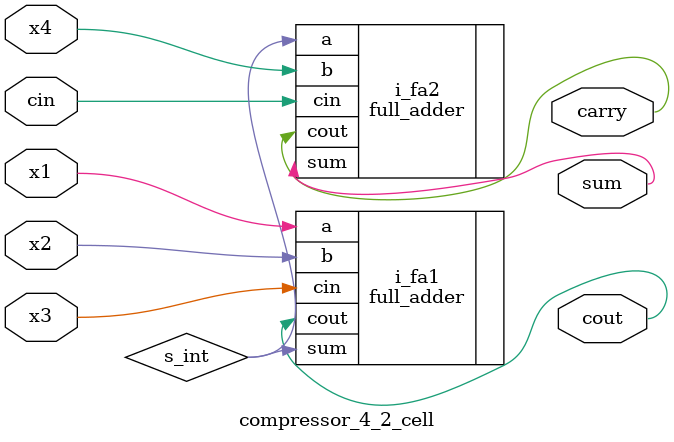
<source format=sv>

module compressor_4_2_cell (
    input  logic x1, x2, x3, x4,
    input  logic cin,
    output logic cout,
    output logic sum,
    output logic carry
);
    logic s_int;

    full_adder i_fa1 (
        .a(x1),
        .b(x2),
        .cin(x3),
        .sum(s_int),
        .cout(cout)
    );

    full_adder i_fa2 (
        .a(s_int),
        .b(x4),
        .cin(cin),
        .sum(sum),
        .cout(carry)
    );

endmodule

</source>
